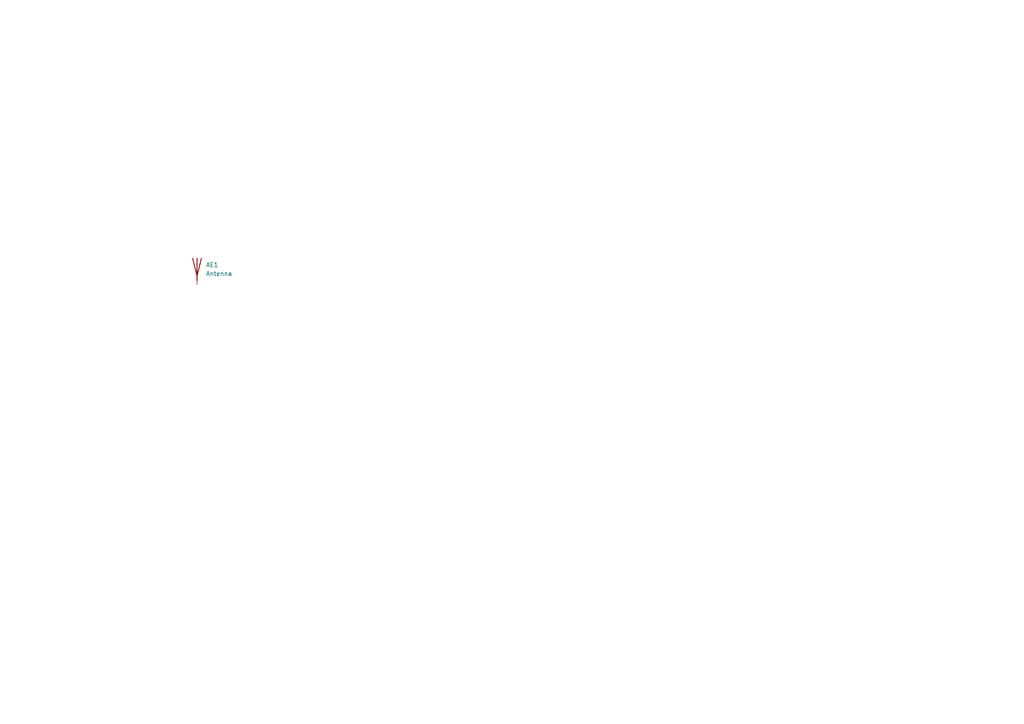
<source format=kicad_sch>
(kicad_sch (version 20250114) (generator "eeschema") (generator_version "9.0")
  (paper "A4")
  (lib_symbols
    (symbol "Device:Antenna" (pin_numbers (hide yes)) (pin_names (offset 1.016) (hide yes))
      (property "Reference" "AE" (at -1.905 1.905 0))
      (property "Value" "Antenna" (at -1.905 0 0))
      (symbol "Antenna_0_1"
        (polyline (pts (xy 0 2.54) (xy 0 -3.81)) (stroke (width 0.254)))
        (polyline (pts (xy 1.27 2.54) (xy 0 -2.54) (xy -1.27 2.54)) (stroke (width 0.254)))
      )
      (symbol "Antenna_1_1"
        (pin input line (at 0 -5.08 90) (length 2.54) (name "A") (number "1"))
      )
    )
  )
  (symbol (lib_id "Device:Antenna") (at 57.15 77.47 0) (unit 1)
    (property "Reference" "AE1" (at 59.69 76.8349 0) (effects (justify left)))
    (property "Value" "Antenna" (at 59.69 79.3749 0) (effects (justify left)))
    (property "Description" "Antenna" (effects (hide yes)))
  )
)
</source>
